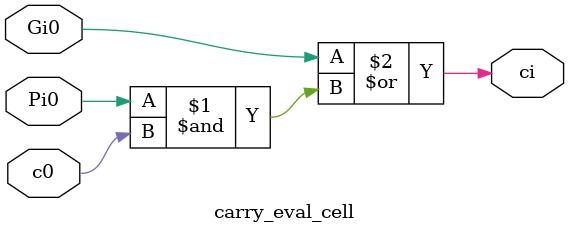
<source format=v>
module kogge_stone(x,y,cin,cout,sum);
input [15:0] x,y;
input cin;
output cout;
output [15:0] sum;
wire [15:0] 
	G_Z,P_Z, // input_cell
	G_A,P_A, // merge level 1
	G_B,P_B, // merge level 2
	G_C,P_C, // merge level 3
	G_D,P_D; // merge level 4
wire [16:1]	c;

// input level
input_cell level_Z0(x[0],y[0],P_Z[0],G_Z[0]);
input_cell level_Z1(x[1],y[1],P_Z[1],G_Z[1]);
input_cell level_Z2(x[2],y[2],P_Z[2],G_Z[2]);
input_cell level_Z3(x[3],y[3],P_Z[3],G_Z[3]);
input_cell level_Z4(x[4],y[4],P_Z[4],G_Z[4]);
input_cell level_Z5(x[5],y[5],P_Z[5],G_Z[5]);
input_cell level_Z6(x[6],y[6],P_Z[6],G_Z[6]);
input_cell level_Z7(x[7],y[7],P_Z[7],G_Z[7]);
input_cell level_Z8(x[8],y[8],P_Z[8],G_Z[8]);
input_cell level_Z9(x[9],y[9],P_Z[9],G_Z[9]);
input_cell level_Z10(x[10],y[10],P_Z[10],G_Z[10]);
input_cell level_Z11(x[11],y[11],P_Z[11],G_Z[11]);
input_cell level_Z12(x[12],y[12],P_Z[12],G_Z[12]);
input_cell level_Z13(x[13],y[13],P_Z[13],G_Z[13]);
input_cell level_Z14(x[14],y[14],P_Z[14],G_Z[14]);
input_cell level_Z15(x[15],y[15],P_Z[15],G_Z[15]);

// level 1
black_cell level_0A(P_Z[0],G_Z[0],0,cin		  ,P_A[0],G_A[0]);
black_cell level_1A(P_Z[1],G_Z[1],P_Z[0],G_Z[0],P_A[1],G_A[1]);
black_cell level_2A(P_Z[2],G_Z[2],P_Z[1],G_Z[1],P_A[2],G_A[2]);
black_cell level_3A(P_Z[3],G_Z[3],P_Z[2],G_Z[2],P_A[3],G_A[3]);
black_cell level_4A(P_Z[4],G_Z[4],P_Z[3],G_Z[3],P_A[4],G_A[4]);
black_cell level_5A(P_Z[5],G_Z[5],P_Z[4],G_Z[4],P_A[5],G_A[5]);
black_cell level_6A(P_Z[6],G_Z[6],P_Z[5],G_Z[5],P_A[6],G_A[6]);
black_cell level_7A(P_Z[7],G_Z[7],P_Z[6],G_Z[6],P_A[7],G_A[7]);
black_cell level_8A(P_Z[8],G_Z[8],P_Z[7],G_Z[7],P_A[8],G_A[8]);
black_cell level_9A(P_Z[9],G_Z[9],P_Z[8],G_Z[8],P_A[9],G_A[9]);
black_cell level_10A(P_Z[10],G_Z[10],P_Z[9],G_Z[9],P_A[10],G_A[10]);
black_cell level_11A(P_Z[11],G_Z[11],P_Z[10],G_Z[10],P_A[11],G_A[11]);
black_cell level_12A(P_Z[12],G_Z[12],P_Z[11],G_Z[11],P_A[12],G_A[12]);
black_cell level_13A(P_Z[13],G_Z[13],P_Z[12],G_Z[12],P_A[13],G_A[13]);
black_cell level_14A(P_Z[14],G_Z[14],P_Z[13],G_Z[13],P_A[14],G_A[14]);
black_cell level_15A(P_Z[15],G_Z[15],P_Z[14],G_Z[14],P_A[15],G_A[15]);

// level 2
black_cell level_1B(P_A[1],G_A[1],0,cin		  ,P_B[1],G_B[1]);
black_cell level_2B(P_A[2],G_A[2],P_A[0],G_A[0],P_B[2],G_B[2]);
black_cell level_3B(P_A[3],G_A[3],P_A[1],G_A[1],P_B[3],G_B[3]);
black_cell level_4B(P_A[4],G_A[4],P_A[2],G_A[2],P_B[4],G_B[4]);
black_cell level_5B(P_A[5],G_A[5],P_A[3],G_A[3],P_B[5],G_B[5]);
black_cell level_6B(P_A[6],G_A[6],P_A[4],G_A[4],P_B[6],G_B[6]);
black_cell level_7B(P_A[7],G_A[7],P_A[5],G_A[5],P_B[7],G_B[7]);
black_cell level_8B(P_A[8],G_A[8],P_A[6],G_A[6],P_B[8],G_B[8]);
black_cell level_9B(P_A[9],G_A[9],P_A[7],G_A[7],P_B[9],G_B[9]);
black_cell level_10B(P_A[10],G_A[10],P_A[8],G_A[8],P_B[10],G_B[10]);
black_cell level_11B(P_A[11],G_A[11],P_A[9],G_A[9],P_B[11],G_B[11]);
black_cell level_12B(P_A[12],G_A[12],P_A[10],G_A[10],P_B[12],G_B[12]);
black_cell level_13B(P_A[13],G_A[13],P_A[11],G_A[11],P_B[13],G_B[13]);
black_cell level_14B(P_A[14],G_A[14],P_A[12],G_A[12],P_B[14],G_B[14]);
black_cell level_15B(P_A[15],G_A[15],P_A[13],G_A[13],P_B[15],G_B[15]);

// level 3
black_cell level_3C(P_B[3],G_B[3],0,cin		  ,P_C[3],G_C[3]);
black_cell level_4C(P_B[4],G_B[4],P_A[0],G_A[0],P_C[4],G_C[4]);
black_cell level_5C(P_B[5],G_B[5],P_B[1],G_B[1],P_C[5],G_C[5]);
black_cell level_6C(P_B[6],G_B[6],P_B[2],G_B[2],P_C[6],G_C[6]);
black_cell level_7C(P_B[7],G_B[7],P_B[3],G_B[3],P_C[7],G_C[7]);
black_cell level_8C(P_B[8],G_B[8],P_B[4],G_B[4],P_C[8],G_C[8]);
black_cell level_9C(P_B[9],G_B[9],P_B[5],G_B[5],P_C[9],G_C[9]);
black_cell level_10C(P_B[10],G_B[10],P_B[6],G_B[6],P_C[10],G_C[10]);
black_cell level_11C(P_B[11],G_B[11],P_B[7],G_B[7],P_C[11],G_C[11]);
black_cell level_12C(P_B[12],G_B[12],P_B[8],G_B[8],P_C[12],G_C[12]);
black_cell level_13C(P_B[13],G_B[13],P_B[9],G_B[9],P_C[13],G_C[13]);
black_cell level_14C(P_B[14],G_B[14],P_B[10],G_B[10],P_C[14],G_C[14]);
black_cell level_15C(P_B[15],G_B[15],P_B[11],G_B[11],P_C[15],G_C[15]);



// level 4
black_cell level_7D(P_C[7],G_C[7],0,cin		  ,P_D[7],G_D[7]);
black_cell level_8D(P_C[8],G_C[8],P_A[0],G_A[0],P_D[8],G_D[8]);
black_cell level_9D(P_C[9],G_C[9],P_B[1],G_B[1],P_D[9],G_D[9]);
black_cell level_10D(P_C[10],G_C[10],P_B[2],G_B[2],P_D[10],G_D[10]);
black_cell level_11D(P_C[11],G_C[11],P_C[3],G_C[3],P_D[11],G_D[11]);
black_cell level_12D(P_C[12],G_C[12],P_C[4],G_C[4],P_D[12],G_D[12]);
black_cell level_13D(P_C[13],G_C[13],P_C[5],G_C[5],P_D[13],G_D[13]);
black_cell level_14D(P_C[14],G_C[14],P_C[6],G_C[6],P_D[14],G_D[14]);
black_cell level_15D(P_C[15],G_C[15],P_C[7],G_C[7],P_D[15],G_D[15]);

carry_eval_cell c1(P_A[0],G_A[0],cin,c[1]);
carry_eval_cell c2(P_B[1],G_B[1],cin,c[2]);
carry_eval_cell c3(P_B[2],G_B[2],cin,c[3]);
carry_eval_cell c4(P_C[3],G_C[3],cin,c[4]);
carry_eval_cell c5(P_C[4],G_C[4],cin,c[5]);
carry_eval_cell c6(P_C[5],G_C[5],cin,c[6]);
carry_eval_cell c7(P_C[6],G_C[6],cin,c[7]);
carry_eval_cell c8(P_D[7],G_D[7],cin,c[8]);
carry_eval_cell c9(P_D[8],G_D[8],cin,c[9]);
carry_eval_cell c10(P_D[9],G_D[9],cin,c[10]);
carry_eval_cell c11(P_D[10],G_D[10],cin,c[11]);
carry_eval_cell c12(P_D[11],G_D[11],cin,c[12]);
carry_eval_cell c13(P_D[12],G_D[12],cin,c[13]);
carry_eval_cell c14(P_D[13],G_D[13],cin,c[14]);
carry_eval_cell c15(P_D[14],G_D[14],cin,c[15]);
carry_eval_cell c16(P_D[15],G_D[15],cin,c[16]);

assign sum[0] = cin ^ P_Z[0];
assign sum[1] = c[1] ^ P_Z[1];
assign sum[2] = c[2] ^ P_Z[2];
assign sum[3] = c[3] ^ P_Z[3];
assign sum[4] = c[4] ^ P_Z[4];
assign sum[5] = c[5] ^ P_Z[5];
assign sum[6] = c[6] ^ P_Z[6];
assign sum[7] = c[7] ^ P_Z[7];
assign sum[8] = c[8] ^ P_Z[8];
assign sum[9] = c[9] ^ P_Z[9];
assign sum[10] = c[10] ^ P_Z[10];
assign sum[11] = c[11] ^ P_Z[11];
assign sum[12] = c[12] ^ P_Z[12];
assign sum[13] = c[13] ^ P_Z[13];
assign sum[14] = c[14] ^ P_Z[14];
assign sum[15] = c[15] ^ P_Z[15];

assign cout = c[16];

endmodule

module input_cell(a,b,p,g);
input a,b;
output p,g;

assign p = a ^ b;
assign g = a & b;
endmodule

module black_cell(Pim,Gim,Pmj,Gmj,P,G);
input Pim,Gim,Pmj,Gmj;
output P,G;

assign P = Pim & Pmj;
assign G = Gim | (Pim & Gmj);

endmodule

module carry_eval_cell(Pi0,Gi0,c0,ci);
input Gi0,Pi0,c0;
output ci;

assign ci = Gi0 | (Pi0 & c0);

endmodule




</source>
